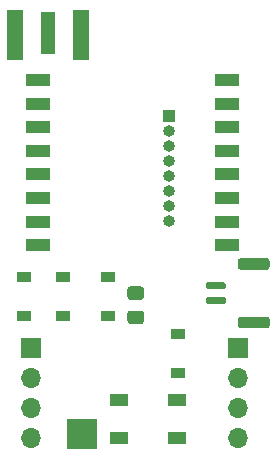
<source format=gbr>
%TF.GenerationSoftware,KiCad,Pcbnew,(5.1.10)-1*%
%TF.CreationDate,2022-02-17T21:59:24+01:00*%
%TF.ProjectId,TinyLora102,54696e79-4c6f-4726-9131-30322e6b6963,rev?*%
%TF.SameCoordinates,Original*%
%TF.FileFunction,Soldermask,Top*%
%TF.FilePolarity,Negative*%
%FSLAX46Y46*%
G04 Gerber Fmt 4.6, Leading zero omitted, Abs format (unit mm)*
G04 Created by KiCad (PCBNEW (5.1.10)-1) date 2022-02-17 21:59:24*
%MOMM*%
%LPD*%
G01*
G04 APERTURE LIST*
%ADD10O,1.000000X1.000000*%
%ADD11R,1.000000X1.000000*%
%ADD12R,2.000000X1.000000*%
%ADD13R,1.200000X0.900000*%
%ADD14R,1.270000X3.600000*%
%ADD15R,1.350000X4.200000*%
%ADD16R,2.500000X2.500000*%
%ADD17O,1.700000X1.700000*%
%ADD18R,1.700000X1.700000*%
%ADD19R,1.500000X1.000000*%
G04 APERTURE END LIST*
%TO.C,Je*%
G36*
G01*
X122418000Y-120885000D02*
X120218000Y-120885000D01*
G75*
G02*
X119968000Y-120635000I0J250000D01*
G01*
X119968000Y-120135000D01*
G75*
G02*
X120218000Y-119885000I250000J0D01*
G01*
X122418000Y-119885000D01*
G75*
G02*
X122668000Y-120135000I0J-250000D01*
G01*
X122668000Y-120635000D01*
G75*
G02*
X122418000Y-120885000I-250000J0D01*
G01*
G37*
G36*
G01*
X122418000Y-125835000D02*
X120218000Y-125835000D01*
G75*
G02*
X119968000Y-125585000I0J250000D01*
G01*
X119968000Y-125085000D01*
G75*
G02*
X120218000Y-124835000I250000J0D01*
G01*
X122418000Y-124835000D01*
G75*
G02*
X122668000Y-125085000I0J-250000D01*
G01*
X122668000Y-125585000D01*
G75*
G02*
X122418000Y-125835000I-250000J0D01*
G01*
G37*
G36*
G01*
X118818000Y-122535000D02*
X117418000Y-122535000D01*
G75*
G02*
X117268000Y-122385000I0J150000D01*
G01*
X117268000Y-122085000D01*
G75*
G02*
X117418000Y-121935000I150000J0D01*
G01*
X118818000Y-121935000D01*
G75*
G02*
X118968000Y-122085000I0J-150000D01*
G01*
X118968000Y-122385000D01*
G75*
G02*
X118818000Y-122535000I-150000J0D01*
G01*
G37*
G36*
G01*
X118818000Y-123785000D02*
X117418000Y-123785000D01*
G75*
G02*
X117268000Y-123635000I0J150000D01*
G01*
X117268000Y-123335000D01*
G75*
G02*
X117418000Y-123185000I150000J0D01*
G01*
X118818000Y-123185000D01*
G75*
G02*
X118968000Y-123335000I0J-150000D01*
G01*
X118968000Y-123635000D01*
G75*
G02*
X118818000Y-123785000I-150000J0D01*
G01*
G37*
%TD*%
D10*
%TO.C,J6*%
X114126000Y-116764000D03*
X114126000Y-115494000D03*
X114126000Y-114224000D03*
X114126000Y-112954000D03*
X114126000Y-111684000D03*
X114126000Y-110414000D03*
X114126000Y-109144000D03*
D11*
X114126000Y-107874000D03*
%TD*%
D12*
%TO.C,RFM95*%
X103078000Y-118800000D03*
X103078000Y-116800000D03*
X103078000Y-114800000D03*
X103078000Y-112800000D03*
X103078000Y-110800000D03*
X103078000Y-108800000D03*
X103078000Y-106800000D03*
X103078000Y-104800000D03*
X119078000Y-104800000D03*
X119078000Y-106800000D03*
X119078000Y-108800000D03*
X119078000Y-110800000D03*
X119078000Y-112800000D03*
X119078000Y-114800000D03*
X119078000Y-116800000D03*
X119078000Y-118800000D03*
%TD*%
D13*
%TO.C,D1*%
X108966000Y-121464000D03*
X108966000Y-124764000D03*
%TD*%
%TO.C,D3*%
X101854000Y-121464000D03*
X101854000Y-124764000D03*
%TD*%
%TO.C,D2*%
X105156000Y-121464000D03*
X105156000Y-124764000D03*
%TD*%
D14*
%TO.C,AE1*%
X103900000Y-100816000D03*
D15*
X101075000Y-101016000D03*
X106725000Y-101016000D03*
%TD*%
D16*
%TO.C,J2*%
X106760000Y-134798000D03*
%TD*%
D17*
%TO.C,J5*%
X102442000Y-135120000D03*
X102442000Y-132580000D03*
X102442000Y-130040000D03*
D18*
X102442000Y-127500000D03*
%TD*%
D19*
%TO.C,D5*%
X109898000Y-131928000D03*
X109898000Y-135128000D03*
X114798000Y-131928000D03*
X114798000Y-135128000D03*
%TD*%
D13*
%TO.C,D4*%
X114888000Y-126290000D03*
X114888000Y-129590000D03*
%TD*%
D17*
%TO.C,J1*%
X119968000Y-135120000D03*
X119968000Y-132580000D03*
X119968000Y-130040000D03*
D18*
X119968000Y-127500000D03*
%TD*%
%TO.C,R2*%
G36*
G01*
X110881999Y-124326000D02*
X111782001Y-124326000D01*
G75*
G02*
X112032000Y-124575999I0J-249999D01*
G01*
X112032000Y-125226001D01*
G75*
G02*
X111782001Y-125476000I-249999J0D01*
G01*
X110881999Y-125476000D01*
G75*
G02*
X110632000Y-125226001I0J249999D01*
G01*
X110632000Y-124575999D01*
G75*
G02*
X110881999Y-124326000I249999J0D01*
G01*
G37*
G36*
G01*
X110881999Y-122276000D02*
X111782001Y-122276000D01*
G75*
G02*
X112032000Y-122525999I0J-249999D01*
G01*
X112032000Y-123176001D01*
G75*
G02*
X111782001Y-123426000I-249999J0D01*
G01*
X110881999Y-123426000D01*
G75*
G02*
X110632000Y-123176001I0J249999D01*
G01*
X110632000Y-122525999D01*
G75*
G02*
X110881999Y-122276000I249999J0D01*
G01*
G37*
%TD*%
M02*

</source>
